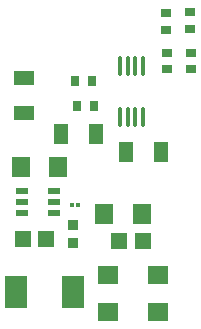
<source format=gbp>
G04 #@! TF.GenerationSoftware,KiCad,Pcbnew,7.0.5-0*
G04 #@! TF.CreationDate,2024-11-07T13:17:23-08:00*
G04 #@! TF.ProjectId,MilkVHat,4d696c6b-5648-4617-942e-6b696361645f,rev?*
G04 #@! TF.SameCoordinates,PX5f5e100PY5f5e100*
G04 #@! TF.FileFunction,Paste,Bot*
G04 #@! TF.FilePolarity,Positive*
%FSLAX46Y46*%
G04 Gerber Fmt 4.6, Leading zero omitted, Abs format (unit mm)*
G04 Created by KiCad (PCBNEW 7.0.5-0) date 2024-11-07 13:17:23*
%MOMM*%
%LPD*%
G01*
G04 APERTURE LIST*
%ADD10R,0.864008X0.800000*%
%ADD11R,0.800000X0.900000*%
%ADD12R,1.207518X1.701016*%
%ADD13R,0.864008X0.806477*%
%ADD14R,1.727991X1.485014*%
%ADD15R,1.410008X1.350013*%
%ADD16R,1.905004X2.800000*%
%ADD17R,1.100000X0.600000*%
%ADD18O,0.364008X1.691999*%
%ADD19R,0.900000X0.800000*%
%ADD20R,1.485014X1.727991*%
%ADD21R,1.701016X1.207518*%
%ADD22R,0.303124X0.324003*%
G04 APERTURE END LIST*
D10*
X25025000Y38949897D03*
X25025000Y37550101D03*
D11*
X17299975Y33199999D03*
X18700025Y33199999D03*
D12*
X21621209Y27149999D03*
X24578791Y27149999D03*
D13*
X17125000Y19471633D03*
X17125000Y20978365D03*
D14*
X24300000Y13607417D03*
X24300000Y16792583D03*
D15*
X12849987Y19860915D03*
X14849987Y19860915D03*
D16*
X12299041Y15349999D03*
X17150959Y15349999D03*
D15*
X21050000Y19650000D03*
X23050000Y19650000D03*
D17*
X12774987Y22000037D03*
X12774987Y22949999D03*
X12774987Y23899961D03*
X15475013Y23899961D03*
X15475013Y22949999D03*
X15475013Y22000037D03*
D18*
X23063316Y30183051D03*
X22413075Y30183051D03*
X21763087Y30183051D03*
X21113100Y30183051D03*
X21113100Y34475151D03*
X21763087Y34475151D03*
X22413075Y34475151D03*
X23063316Y34475151D03*
D10*
X25050000Y34175101D03*
X25050000Y35574897D03*
D19*
X27050000Y37599974D03*
X27050000Y39000024D03*
D20*
X19782417Y21899999D03*
X22967583Y21899999D03*
D14*
X20100000Y13607417D03*
X20100000Y16792583D03*
D21*
X12975000Y30496208D03*
X12975000Y33453790D03*
D22*
X17074987Y22685915D03*
X17558095Y22685915D03*
D12*
X16146209Y28724999D03*
X19103791Y28724999D03*
D11*
X17474975Y31099999D03*
X18875025Y31099999D03*
D20*
X12707417Y25924999D03*
X15892583Y25924999D03*
D19*
X27100000Y35575024D03*
X27100000Y34174974D03*
M02*

</source>
